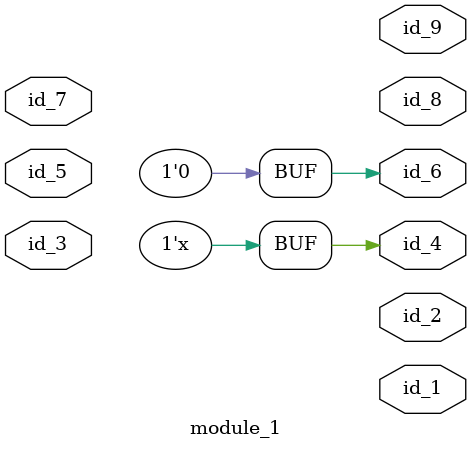
<source format=v>
module module_0 (
    id_1
);
  input wire id_1;
  supply0 id_2;
  always id_3 <= id_2 - id_1;
endmodule
module module_1 (
    id_1,
    id_2,
    id_3,
    id_4,
    id_5,
    id_6,
    id_7,
    id_8,
    id_9
);
  output wire id_9;
  output wire id_8;
  inout wire id_7;
  output wire id_6;
  inout wire id_5;
  output wire id_4;
  inout wire id_3;
  output wire id_2;
  output wire id_1;
  assign id_4 = id_3[1];
  module_0 modCall_1 (id_5);
  parameter id_10 = id_7;
  assign id_6 = -1'b0;
endmodule

</source>
